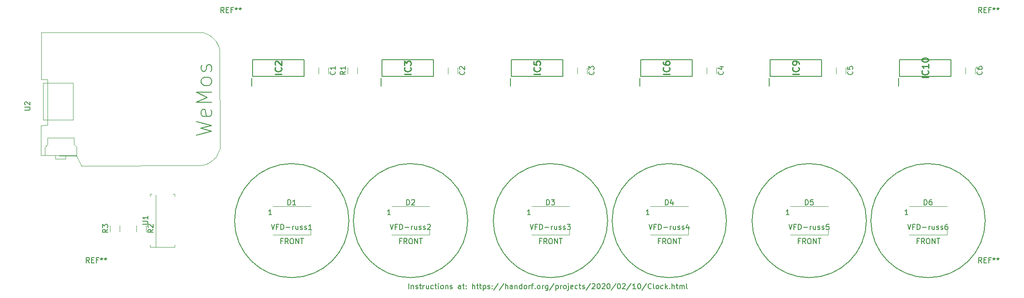
<source format=gbr>
G04 #@! TF.GenerationSoftware,KiCad,Pcbnew,(5.1.4)-1*
G04 #@! TF.CreationDate,2020-02-10T21:29:39-05:00*
G04 #@! TF.ProjectId,xmas,786d6173-2e6b-4696-9361-645f70636258,rev?*
G04 #@! TF.SameCoordinates,Original*
G04 #@! TF.FileFunction,Legend,Top*
G04 #@! TF.FilePolarity,Positive*
%FSLAX46Y46*%
G04 Gerber Fmt 4.6, Leading zero omitted, Abs format (unit mm)*
G04 Created by KiCad (PCBNEW (5.1.4)-1) date 2020-02-10 21:29:39*
%MOMM*%
%LPD*%
G04 APERTURE LIST*
%ADD10C,0.150000*%
%ADD11C,0.200000*%
%ADD12C,0.100000*%
%ADD13C,0.120000*%
%ADD14C,0.254000*%
G04 APERTURE END LIST*
D10*
X84998095Y-104592380D02*
X84998095Y-103592380D01*
X85474285Y-103925714D02*
X85474285Y-104592380D01*
X85474285Y-104020952D02*
X85521904Y-103973333D01*
X85617142Y-103925714D01*
X85760000Y-103925714D01*
X85855238Y-103973333D01*
X85902857Y-104068571D01*
X85902857Y-104592380D01*
X86331428Y-104544761D02*
X86426666Y-104592380D01*
X86617142Y-104592380D01*
X86712380Y-104544761D01*
X86760000Y-104449523D01*
X86760000Y-104401904D01*
X86712380Y-104306666D01*
X86617142Y-104259047D01*
X86474285Y-104259047D01*
X86379047Y-104211428D01*
X86331428Y-104116190D01*
X86331428Y-104068571D01*
X86379047Y-103973333D01*
X86474285Y-103925714D01*
X86617142Y-103925714D01*
X86712380Y-103973333D01*
X87045714Y-103925714D02*
X87426666Y-103925714D01*
X87188571Y-103592380D02*
X87188571Y-104449523D01*
X87236190Y-104544761D01*
X87331428Y-104592380D01*
X87426666Y-104592380D01*
X87760000Y-104592380D02*
X87760000Y-103925714D01*
X87760000Y-104116190D02*
X87807619Y-104020952D01*
X87855238Y-103973333D01*
X87950476Y-103925714D01*
X88045714Y-103925714D01*
X88807619Y-103925714D02*
X88807619Y-104592380D01*
X88379047Y-103925714D02*
X88379047Y-104449523D01*
X88426666Y-104544761D01*
X88521904Y-104592380D01*
X88664761Y-104592380D01*
X88760000Y-104544761D01*
X88807619Y-104497142D01*
X89712380Y-104544761D02*
X89617142Y-104592380D01*
X89426666Y-104592380D01*
X89331428Y-104544761D01*
X89283809Y-104497142D01*
X89236190Y-104401904D01*
X89236190Y-104116190D01*
X89283809Y-104020952D01*
X89331428Y-103973333D01*
X89426666Y-103925714D01*
X89617142Y-103925714D01*
X89712380Y-103973333D01*
X89998095Y-103925714D02*
X90379047Y-103925714D01*
X90140952Y-103592380D02*
X90140952Y-104449523D01*
X90188571Y-104544761D01*
X90283809Y-104592380D01*
X90379047Y-104592380D01*
X90712380Y-104592380D02*
X90712380Y-103925714D01*
X90712380Y-103592380D02*
X90664761Y-103640000D01*
X90712380Y-103687619D01*
X90760000Y-103640000D01*
X90712380Y-103592380D01*
X90712380Y-103687619D01*
X91331428Y-104592380D02*
X91236190Y-104544761D01*
X91188571Y-104497142D01*
X91140952Y-104401904D01*
X91140952Y-104116190D01*
X91188571Y-104020952D01*
X91236190Y-103973333D01*
X91331428Y-103925714D01*
X91474285Y-103925714D01*
X91569523Y-103973333D01*
X91617142Y-104020952D01*
X91664761Y-104116190D01*
X91664761Y-104401904D01*
X91617142Y-104497142D01*
X91569523Y-104544761D01*
X91474285Y-104592380D01*
X91331428Y-104592380D01*
X92093333Y-103925714D02*
X92093333Y-104592380D01*
X92093333Y-104020952D02*
X92140952Y-103973333D01*
X92236190Y-103925714D01*
X92379047Y-103925714D01*
X92474285Y-103973333D01*
X92521904Y-104068571D01*
X92521904Y-104592380D01*
X92950476Y-104544761D02*
X93045714Y-104592380D01*
X93236190Y-104592380D01*
X93331428Y-104544761D01*
X93379047Y-104449523D01*
X93379047Y-104401904D01*
X93331428Y-104306666D01*
X93236190Y-104259047D01*
X93093333Y-104259047D01*
X92998095Y-104211428D01*
X92950476Y-104116190D01*
X92950476Y-104068571D01*
X92998095Y-103973333D01*
X93093333Y-103925714D01*
X93236190Y-103925714D01*
X93331428Y-103973333D01*
X94998095Y-104592380D02*
X94998095Y-104068571D01*
X94950476Y-103973333D01*
X94855238Y-103925714D01*
X94664761Y-103925714D01*
X94569523Y-103973333D01*
X94998095Y-104544761D02*
X94902857Y-104592380D01*
X94664761Y-104592380D01*
X94569523Y-104544761D01*
X94521904Y-104449523D01*
X94521904Y-104354285D01*
X94569523Y-104259047D01*
X94664761Y-104211428D01*
X94902857Y-104211428D01*
X94998095Y-104163809D01*
X95331428Y-103925714D02*
X95712380Y-103925714D01*
X95474285Y-103592380D02*
X95474285Y-104449523D01*
X95521904Y-104544761D01*
X95617142Y-104592380D01*
X95712380Y-104592380D01*
X96045714Y-104497142D02*
X96093333Y-104544761D01*
X96045714Y-104592380D01*
X95998095Y-104544761D01*
X96045714Y-104497142D01*
X96045714Y-104592380D01*
X96045714Y-103973333D02*
X96093333Y-104020952D01*
X96045714Y-104068571D01*
X95998095Y-104020952D01*
X96045714Y-103973333D01*
X96045714Y-104068571D01*
X97283809Y-104592380D02*
X97283809Y-103592380D01*
X97712380Y-104592380D02*
X97712380Y-104068571D01*
X97664761Y-103973333D01*
X97569523Y-103925714D01*
X97426666Y-103925714D01*
X97331428Y-103973333D01*
X97283809Y-104020952D01*
X98045714Y-103925714D02*
X98426666Y-103925714D01*
X98188571Y-103592380D02*
X98188571Y-104449523D01*
X98236190Y-104544761D01*
X98331428Y-104592380D01*
X98426666Y-104592380D01*
X98617142Y-103925714D02*
X98998095Y-103925714D01*
X98760000Y-103592380D02*
X98760000Y-104449523D01*
X98807619Y-104544761D01*
X98902857Y-104592380D01*
X98998095Y-104592380D01*
X99331428Y-103925714D02*
X99331428Y-104925714D01*
X99331428Y-103973333D02*
X99426666Y-103925714D01*
X99617142Y-103925714D01*
X99712380Y-103973333D01*
X99760000Y-104020952D01*
X99807619Y-104116190D01*
X99807619Y-104401904D01*
X99760000Y-104497142D01*
X99712380Y-104544761D01*
X99617142Y-104592380D01*
X99426666Y-104592380D01*
X99331428Y-104544761D01*
X100188571Y-104544761D02*
X100283809Y-104592380D01*
X100474285Y-104592380D01*
X100569523Y-104544761D01*
X100617142Y-104449523D01*
X100617142Y-104401904D01*
X100569523Y-104306666D01*
X100474285Y-104259047D01*
X100331428Y-104259047D01*
X100236190Y-104211428D01*
X100188571Y-104116190D01*
X100188571Y-104068571D01*
X100236190Y-103973333D01*
X100331428Y-103925714D01*
X100474285Y-103925714D01*
X100569523Y-103973333D01*
X101045714Y-104497142D02*
X101093333Y-104544761D01*
X101045714Y-104592380D01*
X100998095Y-104544761D01*
X101045714Y-104497142D01*
X101045714Y-104592380D01*
X101045714Y-103973333D02*
X101093333Y-104020952D01*
X101045714Y-104068571D01*
X100998095Y-104020952D01*
X101045714Y-103973333D01*
X101045714Y-104068571D01*
X102236190Y-103544761D02*
X101379047Y-104830476D01*
X103283809Y-103544761D02*
X102426666Y-104830476D01*
X103617142Y-104592380D02*
X103617142Y-103592380D01*
X104045714Y-104592380D02*
X104045714Y-104068571D01*
X103998095Y-103973333D01*
X103902857Y-103925714D01*
X103760000Y-103925714D01*
X103664761Y-103973333D01*
X103617142Y-104020952D01*
X104950476Y-104592380D02*
X104950476Y-104068571D01*
X104902857Y-103973333D01*
X104807619Y-103925714D01*
X104617142Y-103925714D01*
X104521904Y-103973333D01*
X104950476Y-104544761D02*
X104855238Y-104592380D01*
X104617142Y-104592380D01*
X104521904Y-104544761D01*
X104474285Y-104449523D01*
X104474285Y-104354285D01*
X104521904Y-104259047D01*
X104617142Y-104211428D01*
X104855238Y-104211428D01*
X104950476Y-104163809D01*
X105426666Y-103925714D02*
X105426666Y-104592380D01*
X105426666Y-104020952D02*
X105474285Y-103973333D01*
X105569523Y-103925714D01*
X105712380Y-103925714D01*
X105807619Y-103973333D01*
X105855238Y-104068571D01*
X105855238Y-104592380D01*
X106760000Y-104592380D02*
X106760000Y-103592380D01*
X106760000Y-104544761D02*
X106664761Y-104592380D01*
X106474285Y-104592380D01*
X106379047Y-104544761D01*
X106331428Y-104497142D01*
X106283809Y-104401904D01*
X106283809Y-104116190D01*
X106331428Y-104020952D01*
X106379047Y-103973333D01*
X106474285Y-103925714D01*
X106664761Y-103925714D01*
X106760000Y-103973333D01*
X107379047Y-104592380D02*
X107283809Y-104544761D01*
X107236190Y-104497142D01*
X107188571Y-104401904D01*
X107188571Y-104116190D01*
X107236190Y-104020952D01*
X107283809Y-103973333D01*
X107379047Y-103925714D01*
X107521904Y-103925714D01*
X107617142Y-103973333D01*
X107664761Y-104020952D01*
X107712380Y-104116190D01*
X107712380Y-104401904D01*
X107664761Y-104497142D01*
X107617142Y-104544761D01*
X107521904Y-104592380D01*
X107379047Y-104592380D01*
X108140952Y-104592380D02*
X108140952Y-103925714D01*
X108140952Y-104116190D02*
X108188571Y-104020952D01*
X108236190Y-103973333D01*
X108331428Y-103925714D01*
X108426666Y-103925714D01*
X108617142Y-103925714D02*
X108998095Y-103925714D01*
X108760000Y-104592380D02*
X108760000Y-103735238D01*
X108807619Y-103640000D01*
X108902857Y-103592380D01*
X108998095Y-103592380D01*
X109331428Y-104497142D02*
X109379047Y-104544761D01*
X109331428Y-104592380D01*
X109283809Y-104544761D01*
X109331428Y-104497142D01*
X109331428Y-104592380D01*
X109950476Y-104592380D02*
X109855238Y-104544761D01*
X109807619Y-104497142D01*
X109760000Y-104401904D01*
X109760000Y-104116190D01*
X109807619Y-104020952D01*
X109855238Y-103973333D01*
X109950476Y-103925714D01*
X110093333Y-103925714D01*
X110188571Y-103973333D01*
X110236190Y-104020952D01*
X110283809Y-104116190D01*
X110283809Y-104401904D01*
X110236190Y-104497142D01*
X110188571Y-104544761D01*
X110093333Y-104592380D01*
X109950476Y-104592380D01*
X110712380Y-104592380D02*
X110712380Y-103925714D01*
X110712380Y-104116190D02*
X110760000Y-104020952D01*
X110807619Y-103973333D01*
X110902857Y-103925714D01*
X110998095Y-103925714D01*
X111760000Y-103925714D02*
X111760000Y-104735238D01*
X111712380Y-104830476D01*
X111664761Y-104878095D01*
X111569523Y-104925714D01*
X111426666Y-104925714D01*
X111331428Y-104878095D01*
X111760000Y-104544761D02*
X111664761Y-104592380D01*
X111474285Y-104592380D01*
X111379047Y-104544761D01*
X111331428Y-104497142D01*
X111283809Y-104401904D01*
X111283809Y-104116190D01*
X111331428Y-104020952D01*
X111379047Y-103973333D01*
X111474285Y-103925714D01*
X111664761Y-103925714D01*
X111760000Y-103973333D01*
X112950476Y-103544761D02*
X112093333Y-104830476D01*
X113283809Y-103925714D02*
X113283809Y-104925714D01*
X113283809Y-103973333D02*
X113379047Y-103925714D01*
X113569523Y-103925714D01*
X113664761Y-103973333D01*
X113712380Y-104020952D01*
X113760000Y-104116190D01*
X113760000Y-104401904D01*
X113712380Y-104497142D01*
X113664761Y-104544761D01*
X113569523Y-104592380D01*
X113379047Y-104592380D01*
X113283809Y-104544761D01*
X114188571Y-104592380D02*
X114188571Y-103925714D01*
X114188571Y-104116190D02*
X114236190Y-104020952D01*
X114283809Y-103973333D01*
X114379047Y-103925714D01*
X114474285Y-103925714D01*
X114950476Y-104592380D02*
X114855238Y-104544761D01*
X114807619Y-104497142D01*
X114760000Y-104401904D01*
X114760000Y-104116190D01*
X114807619Y-104020952D01*
X114855238Y-103973333D01*
X114950476Y-103925714D01*
X115093333Y-103925714D01*
X115188571Y-103973333D01*
X115236190Y-104020952D01*
X115283809Y-104116190D01*
X115283809Y-104401904D01*
X115236190Y-104497142D01*
X115188571Y-104544761D01*
X115093333Y-104592380D01*
X114950476Y-104592380D01*
X115712380Y-103925714D02*
X115712380Y-104782857D01*
X115664761Y-104878095D01*
X115569523Y-104925714D01*
X115521904Y-104925714D01*
X115712380Y-103592380D02*
X115664761Y-103640000D01*
X115712380Y-103687619D01*
X115760000Y-103640000D01*
X115712380Y-103592380D01*
X115712380Y-103687619D01*
X116569523Y-104544761D02*
X116474285Y-104592380D01*
X116283809Y-104592380D01*
X116188571Y-104544761D01*
X116140952Y-104449523D01*
X116140952Y-104068571D01*
X116188571Y-103973333D01*
X116283809Y-103925714D01*
X116474285Y-103925714D01*
X116569523Y-103973333D01*
X116617142Y-104068571D01*
X116617142Y-104163809D01*
X116140952Y-104259047D01*
X117474285Y-104544761D02*
X117379047Y-104592380D01*
X117188571Y-104592380D01*
X117093333Y-104544761D01*
X117045714Y-104497142D01*
X116998095Y-104401904D01*
X116998095Y-104116190D01*
X117045714Y-104020952D01*
X117093333Y-103973333D01*
X117188571Y-103925714D01*
X117379047Y-103925714D01*
X117474285Y-103973333D01*
X117760000Y-103925714D02*
X118140952Y-103925714D01*
X117902857Y-103592380D02*
X117902857Y-104449523D01*
X117950476Y-104544761D01*
X118045714Y-104592380D01*
X118140952Y-104592380D01*
X118426666Y-104544761D02*
X118521904Y-104592380D01*
X118712380Y-104592380D01*
X118807619Y-104544761D01*
X118855238Y-104449523D01*
X118855238Y-104401904D01*
X118807619Y-104306666D01*
X118712380Y-104259047D01*
X118569523Y-104259047D01*
X118474285Y-104211428D01*
X118426666Y-104116190D01*
X118426666Y-104068571D01*
X118474285Y-103973333D01*
X118569523Y-103925714D01*
X118712380Y-103925714D01*
X118807619Y-103973333D01*
X119998095Y-103544761D02*
X119140952Y-104830476D01*
X120283809Y-103687619D02*
X120331428Y-103640000D01*
X120426666Y-103592380D01*
X120664761Y-103592380D01*
X120760000Y-103640000D01*
X120807619Y-103687619D01*
X120855238Y-103782857D01*
X120855238Y-103878095D01*
X120807619Y-104020952D01*
X120236190Y-104592380D01*
X120855238Y-104592380D01*
X121474285Y-103592380D02*
X121569523Y-103592380D01*
X121664761Y-103640000D01*
X121712380Y-103687619D01*
X121760000Y-103782857D01*
X121807619Y-103973333D01*
X121807619Y-104211428D01*
X121760000Y-104401904D01*
X121712380Y-104497142D01*
X121664761Y-104544761D01*
X121569523Y-104592380D01*
X121474285Y-104592380D01*
X121379047Y-104544761D01*
X121331428Y-104497142D01*
X121283809Y-104401904D01*
X121236190Y-104211428D01*
X121236190Y-103973333D01*
X121283809Y-103782857D01*
X121331428Y-103687619D01*
X121379047Y-103640000D01*
X121474285Y-103592380D01*
X122188571Y-103687619D02*
X122236190Y-103640000D01*
X122331428Y-103592380D01*
X122569523Y-103592380D01*
X122664761Y-103640000D01*
X122712380Y-103687619D01*
X122760000Y-103782857D01*
X122760000Y-103878095D01*
X122712380Y-104020952D01*
X122140952Y-104592380D01*
X122760000Y-104592380D01*
X123379047Y-103592380D02*
X123474285Y-103592380D01*
X123569523Y-103640000D01*
X123617142Y-103687619D01*
X123664761Y-103782857D01*
X123712380Y-103973333D01*
X123712380Y-104211428D01*
X123664761Y-104401904D01*
X123617142Y-104497142D01*
X123569523Y-104544761D01*
X123474285Y-104592380D01*
X123379047Y-104592380D01*
X123283809Y-104544761D01*
X123236190Y-104497142D01*
X123188571Y-104401904D01*
X123140952Y-104211428D01*
X123140952Y-103973333D01*
X123188571Y-103782857D01*
X123236190Y-103687619D01*
X123283809Y-103640000D01*
X123379047Y-103592380D01*
X124855238Y-103544761D02*
X123998095Y-104830476D01*
X125379047Y-103592380D02*
X125474285Y-103592380D01*
X125569523Y-103640000D01*
X125617142Y-103687619D01*
X125664761Y-103782857D01*
X125712380Y-103973333D01*
X125712380Y-104211428D01*
X125664761Y-104401904D01*
X125617142Y-104497142D01*
X125569523Y-104544761D01*
X125474285Y-104592380D01*
X125379047Y-104592380D01*
X125283809Y-104544761D01*
X125236190Y-104497142D01*
X125188571Y-104401904D01*
X125140952Y-104211428D01*
X125140952Y-103973333D01*
X125188571Y-103782857D01*
X125236190Y-103687619D01*
X125283809Y-103640000D01*
X125379047Y-103592380D01*
X126093333Y-103687619D02*
X126140952Y-103640000D01*
X126236190Y-103592380D01*
X126474285Y-103592380D01*
X126569523Y-103640000D01*
X126617142Y-103687619D01*
X126664761Y-103782857D01*
X126664761Y-103878095D01*
X126617142Y-104020952D01*
X126045714Y-104592380D01*
X126664761Y-104592380D01*
X127807619Y-103544761D02*
X126950476Y-104830476D01*
X128664761Y-104592380D02*
X128093333Y-104592380D01*
X128379047Y-104592380D02*
X128379047Y-103592380D01*
X128283809Y-103735238D01*
X128188571Y-103830476D01*
X128093333Y-103878095D01*
X129283809Y-103592380D02*
X129379047Y-103592380D01*
X129474285Y-103640000D01*
X129521904Y-103687619D01*
X129569523Y-103782857D01*
X129617142Y-103973333D01*
X129617142Y-104211428D01*
X129569523Y-104401904D01*
X129521904Y-104497142D01*
X129474285Y-104544761D01*
X129379047Y-104592380D01*
X129283809Y-104592380D01*
X129188571Y-104544761D01*
X129140952Y-104497142D01*
X129093333Y-104401904D01*
X129045714Y-104211428D01*
X129045714Y-103973333D01*
X129093333Y-103782857D01*
X129140952Y-103687619D01*
X129188571Y-103640000D01*
X129283809Y-103592380D01*
X130760000Y-103544761D02*
X129902857Y-104830476D01*
X131664761Y-104497142D02*
X131617142Y-104544761D01*
X131474285Y-104592380D01*
X131379047Y-104592380D01*
X131236190Y-104544761D01*
X131140952Y-104449523D01*
X131093333Y-104354285D01*
X131045714Y-104163809D01*
X131045714Y-104020952D01*
X131093333Y-103830476D01*
X131140952Y-103735238D01*
X131236190Y-103640000D01*
X131379047Y-103592380D01*
X131474285Y-103592380D01*
X131617142Y-103640000D01*
X131664761Y-103687619D01*
X132236190Y-104592380D02*
X132140952Y-104544761D01*
X132093333Y-104449523D01*
X132093333Y-103592380D01*
X132760000Y-104592380D02*
X132664761Y-104544761D01*
X132617142Y-104497142D01*
X132569523Y-104401904D01*
X132569523Y-104116190D01*
X132617142Y-104020952D01*
X132664761Y-103973333D01*
X132760000Y-103925714D01*
X132902857Y-103925714D01*
X132998095Y-103973333D01*
X133045714Y-104020952D01*
X133093333Y-104116190D01*
X133093333Y-104401904D01*
X133045714Y-104497142D01*
X132998095Y-104544761D01*
X132902857Y-104592380D01*
X132760000Y-104592380D01*
X133950476Y-104544761D02*
X133855238Y-104592380D01*
X133664761Y-104592380D01*
X133569523Y-104544761D01*
X133521904Y-104497142D01*
X133474285Y-104401904D01*
X133474285Y-104116190D01*
X133521904Y-104020952D01*
X133569523Y-103973333D01*
X133664761Y-103925714D01*
X133855238Y-103925714D01*
X133950476Y-103973333D01*
X134379047Y-104592380D02*
X134379047Y-103592380D01*
X134474285Y-104211428D02*
X134760000Y-104592380D01*
X134760000Y-103925714D02*
X134379047Y-104306666D01*
X135188571Y-104497142D02*
X135236190Y-104544761D01*
X135188571Y-104592380D01*
X135140952Y-104544761D01*
X135188571Y-104497142D01*
X135188571Y-104592380D01*
X135664761Y-104592380D02*
X135664761Y-103592380D01*
X136093333Y-104592380D02*
X136093333Y-104068571D01*
X136045714Y-103973333D01*
X135950476Y-103925714D01*
X135807619Y-103925714D01*
X135712380Y-103973333D01*
X135664761Y-104020952D01*
X136426666Y-103925714D02*
X136807619Y-103925714D01*
X136569523Y-103592380D02*
X136569523Y-104449523D01*
X136617142Y-104544761D01*
X136712380Y-104592380D01*
X136807619Y-104592380D01*
X137140952Y-104592380D02*
X137140952Y-103925714D01*
X137140952Y-104020952D02*
X137188571Y-103973333D01*
X137283809Y-103925714D01*
X137426666Y-103925714D01*
X137521904Y-103973333D01*
X137569523Y-104068571D01*
X137569523Y-104592380D01*
X137569523Y-104068571D02*
X137617142Y-103973333D01*
X137712380Y-103925714D01*
X137855238Y-103925714D01*
X137950476Y-103973333D01*
X137998095Y-104068571D01*
X137998095Y-104592380D01*
X138617142Y-104592380D02*
X138521904Y-104544761D01*
X138474285Y-104449523D01*
X138474285Y-103592380D01*
D11*
X79886000Y-63576000D02*
X79886000Y-60376000D01*
X79886000Y-60376000D02*
X89786000Y-60376000D01*
X89786000Y-60376000D02*
X89786000Y-63576000D01*
X89786000Y-63576000D02*
X79886000Y-63576000D01*
X79716000Y-65451000D02*
X79716000Y-63926000D01*
D10*
X146128000Y-91440000D02*
G75*
G03X146128000Y-91440000I-11000000J0D01*
G01*
X173052000Y-91440000D02*
G75*
G03X173052000Y-91440000I-11000000J0D01*
G01*
D12*
X14202772Y-78889472D02*
X14202772Y-73078180D01*
X14202772Y-73078180D02*
X15486205Y-73051849D01*
X15486205Y-73051849D02*
X15479517Y-64220627D01*
X15479517Y-64220627D02*
X14277264Y-64222603D01*
X14277264Y-64222603D02*
X14303342Y-55141807D01*
X14303342Y-55141807D02*
X45473493Y-55155805D01*
X45473493Y-55155805D02*
X46076286Y-55388616D01*
X46076286Y-55388616D02*
X46621167Y-55672099D01*
X46621167Y-55672099D02*
X47107577Y-56006747D01*
X47107577Y-56006747D02*
X47534952Y-56393047D01*
X47534952Y-56393047D02*
X47902741Y-56831488D01*
X47902741Y-56831488D02*
X48210377Y-57322560D01*
X48210377Y-57322560D02*
X48457310Y-57866750D01*
X48457310Y-57866750D02*
X48642976Y-58464547D01*
X48642976Y-58464547D02*
X48671734Y-77502460D01*
X48671734Y-77502460D02*
X48437741Y-78121824D01*
X48437741Y-78121824D02*
X48153258Y-78710018D01*
X48153258Y-78710018D02*
X47803743Y-79253445D01*
X47803743Y-79253445D02*
X47374658Y-79738503D01*
X47374658Y-79738503D02*
X46851460Y-80151595D01*
X46851460Y-80151595D02*
X46219613Y-80479122D01*
X46219613Y-80479122D02*
X45464575Y-80707482D01*
X45464575Y-80707482D02*
X44571807Y-80823078D01*
X44571807Y-80823078D02*
X22016715Y-80848026D01*
X22016715Y-80848026D02*
X21055819Y-78904480D01*
X21055819Y-78904480D02*
X14247476Y-78874686D01*
X20428549Y-64892350D02*
X20428549Y-72031931D01*
X20428549Y-72031931D02*
X14614812Y-72031931D01*
X14614812Y-72031931D02*
X14614812Y-64892350D01*
X14614812Y-64892350D02*
X20428549Y-64892350D01*
X21077651Y-78815600D02*
X21077651Y-77263378D01*
X21077651Y-77263378D02*
X20548485Y-76734211D01*
X20548485Y-76734211D02*
X20548485Y-75481850D01*
X20548485Y-75481850D02*
X15486124Y-75481850D01*
X15486124Y-75481850D02*
X15486124Y-76769489D01*
X15486124Y-76769489D02*
X14992235Y-77298656D01*
X14992235Y-77298656D02*
X14992235Y-78868517D01*
X14992235Y-78868517D02*
X21077651Y-78815600D01*
X18996262Y-78850878D02*
X18996262Y-79503517D01*
X18996262Y-79503517D02*
X17003068Y-79503517D01*
X17003068Y-79503517D02*
X17003068Y-78886156D01*
D10*
X195912000Y-91440000D02*
G75*
G03X195912000Y-91440000I-11000000J0D01*
G01*
X123268000Y-91440000D02*
G75*
G03X123268000Y-91440000I-11000000J0D01*
G01*
X96344000Y-91440000D02*
G75*
G03X96344000Y-91440000I-11000000J0D01*
G01*
X73484000Y-91440000D02*
G75*
G03X73484000Y-91440000I-11000000J0D01*
G01*
D13*
X67670000Y-61881936D02*
X67670000Y-63086064D01*
X69490000Y-61881936D02*
X69490000Y-63086064D01*
X94382000Y-61881936D02*
X94382000Y-63086064D01*
X92562000Y-61881936D02*
X92562000Y-63086064D01*
X117454000Y-61881936D02*
X117454000Y-63086064D01*
X119274000Y-61881936D02*
X119274000Y-63086064D01*
X144166000Y-61881936D02*
X144166000Y-63086064D01*
X142346000Y-61881936D02*
X142346000Y-63086064D01*
X167238000Y-61881936D02*
X167238000Y-63086064D01*
X169058000Y-61881936D02*
X169058000Y-63086064D01*
X193950000Y-61881936D02*
X193950000Y-63086064D01*
X192130000Y-61881936D02*
X192130000Y-63086064D01*
X66134000Y-94190000D02*
X66134000Y-93040000D01*
X58834000Y-94190000D02*
X66134000Y-94190000D01*
X58834000Y-88690000D02*
X66134000Y-88690000D01*
X81694000Y-88690000D02*
X88994000Y-88690000D01*
X81694000Y-94190000D02*
X88994000Y-94190000D01*
X88994000Y-94190000D02*
X88994000Y-93040000D01*
X108618000Y-88690000D02*
X115918000Y-88690000D01*
X108618000Y-94190000D02*
X115918000Y-94190000D01*
X115918000Y-94190000D02*
X115918000Y-93040000D01*
X138778000Y-94190000D02*
X138778000Y-93040000D01*
X131478000Y-94190000D02*
X138778000Y-94190000D01*
X131478000Y-88690000D02*
X138778000Y-88690000D01*
X158402000Y-88690000D02*
X165702000Y-88690000D01*
X158402000Y-94190000D02*
X165702000Y-94190000D01*
X165702000Y-94190000D02*
X165702000Y-93040000D01*
X188562000Y-94190000D02*
X188562000Y-93040000D01*
X181262000Y-94190000D02*
X188562000Y-94190000D01*
X181262000Y-88690000D02*
X188562000Y-88690000D01*
D11*
X54824000Y-65451000D02*
X54824000Y-63926000D01*
X64894000Y-63576000D02*
X54994000Y-63576000D01*
X64894000Y-60376000D02*
X64894000Y-63576000D01*
X54994000Y-60376000D02*
X64894000Y-60376000D01*
X54994000Y-63576000D02*
X54994000Y-60376000D01*
X104608000Y-65451000D02*
X104608000Y-63926000D01*
X114678000Y-63576000D02*
X104778000Y-63576000D01*
X114678000Y-60376000D02*
X114678000Y-63576000D01*
X104778000Y-60376000D02*
X114678000Y-60376000D01*
X104778000Y-63576000D02*
X104778000Y-60376000D01*
X129670000Y-63576000D02*
X129670000Y-60376000D01*
X129670000Y-60376000D02*
X139570000Y-60376000D01*
X139570000Y-60376000D02*
X139570000Y-63576000D01*
X139570000Y-63576000D02*
X129670000Y-63576000D01*
X129500000Y-65451000D02*
X129500000Y-63926000D01*
X154562000Y-63576000D02*
X154562000Y-60376000D01*
X154562000Y-60376000D02*
X164462000Y-60376000D01*
X164462000Y-60376000D02*
X164462000Y-63576000D01*
X164462000Y-63576000D02*
X154562000Y-63576000D01*
X154392000Y-65451000D02*
X154392000Y-63926000D01*
X179284000Y-65451000D02*
X179284000Y-63926000D01*
X189354000Y-63576000D02*
X179454000Y-63576000D01*
X189354000Y-60376000D02*
X189354000Y-63576000D01*
X179454000Y-60376000D02*
X189354000Y-60376000D01*
X179454000Y-63576000D02*
X179454000Y-60376000D01*
D13*
X75078000Y-63086064D02*
X75078000Y-61881936D01*
X73258000Y-63086064D02*
X73258000Y-61881936D01*
X32618000Y-92361936D02*
X32618000Y-93566064D01*
X34438000Y-92361936D02*
X34438000Y-93566064D01*
X29358000Y-93566064D02*
X29358000Y-92361936D01*
X27538000Y-93566064D02*
X27538000Y-92361936D01*
D12*
X36302000Y-96540000D02*
X36302000Y-86440000D01*
X39992000Y-86340000D02*
X39592000Y-86340000D01*
X39992000Y-86340000D02*
X39992000Y-86740000D01*
X39992000Y-96540000D02*
X35592000Y-96540000D01*
X39992000Y-96540000D02*
X39992000Y-96140000D01*
X35192000Y-96540000D02*
X35592000Y-96540000D01*
X35192000Y-96540000D02*
X35192000Y-96140000D01*
X35192000Y-86740000D02*
X35192000Y-86340000D01*
X35192000Y-86340000D02*
X35592000Y-86340000D01*
D10*
X49466666Y-51308380D02*
X49133333Y-50832190D01*
X48895238Y-51308380D02*
X48895238Y-50308380D01*
X49276190Y-50308380D01*
X49371428Y-50356000D01*
X49419047Y-50403619D01*
X49466666Y-50498857D01*
X49466666Y-50641714D01*
X49419047Y-50736952D01*
X49371428Y-50784571D01*
X49276190Y-50832190D01*
X48895238Y-50832190D01*
X49895238Y-50784571D02*
X50228571Y-50784571D01*
X50371428Y-51308380D02*
X49895238Y-51308380D01*
X49895238Y-50308380D01*
X50371428Y-50308380D01*
X51133333Y-50784571D02*
X50800000Y-50784571D01*
X50800000Y-51308380D02*
X50800000Y-50308380D01*
X51276190Y-50308380D01*
X51800000Y-50308380D02*
X51800000Y-50546476D01*
X51561904Y-50451238D02*
X51800000Y-50546476D01*
X52038095Y-50451238D01*
X51657142Y-50736952D02*
X51800000Y-50546476D01*
X51942857Y-50736952D01*
X52561904Y-50308380D02*
X52561904Y-50546476D01*
X52323809Y-50451238D02*
X52561904Y-50546476D01*
X52800000Y-50451238D01*
X52419047Y-50736952D02*
X52561904Y-50546476D01*
X52704761Y-50736952D01*
X195262666Y-51308380D02*
X194929333Y-50832190D01*
X194691238Y-51308380D02*
X194691238Y-50308380D01*
X195072190Y-50308380D01*
X195167428Y-50356000D01*
X195215047Y-50403619D01*
X195262666Y-50498857D01*
X195262666Y-50641714D01*
X195215047Y-50736952D01*
X195167428Y-50784571D01*
X195072190Y-50832190D01*
X194691238Y-50832190D01*
X195691238Y-50784571D02*
X196024571Y-50784571D01*
X196167428Y-51308380D02*
X195691238Y-51308380D01*
X195691238Y-50308380D01*
X196167428Y-50308380D01*
X196929333Y-50784571D02*
X196596000Y-50784571D01*
X196596000Y-51308380D02*
X196596000Y-50308380D01*
X197072190Y-50308380D01*
X197596000Y-50308380D02*
X197596000Y-50546476D01*
X197357904Y-50451238D02*
X197596000Y-50546476D01*
X197834095Y-50451238D01*
X197453142Y-50736952D02*
X197596000Y-50546476D01*
X197738857Y-50736952D01*
X198357904Y-50308380D02*
X198357904Y-50546476D01*
X198119809Y-50451238D02*
X198357904Y-50546476D01*
X198596000Y-50451238D01*
X198215047Y-50736952D02*
X198357904Y-50546476D01*
X198500761Y-50736952D01*
X195262666Y-99568380D02*
X194929333Y-99092190D01*
X194691238Y-99568380D02*
X194691238Y-98568380D01*
X195072190Y-98568380D01*
X195167428Y-98616000D01*
X195215047Y-98663619D01*
X195262666Y-98758857D01*
X195262666Y-98901714D01*
X195215047Y-98996952D01*
X195167428Y-99044571D01*
X195072190Y-99092190D01*
X194691238Y-99092190D01*
X195691238Y-99044571D02*
X196024571Y-99044571D01*
X196167428Y-99568380D02*
X195691238Y-99568380D01*
X195691238Y-98568380D01*
X196167428Y-98568380D01*
X196929333Y-99044571D02*
X196596000Y-99044571D01*
X196596000Y-99568380D02*
X196596000Y-98568380D01*
X197072190Y-98568380D01*
X197596000Y-98568380D02*
X197596000Y-98806476D01*
X197357904Y-98711238D02*
X197596000Y-98806476D01*
X197834095Y-98711238D01*
X197453142Y-98996952D02*
X197596000Y-98806476D01*
X197738857Y-98996952D01*
X198357904Y-98568380D02*
X198357904Y-98806476D01*
X198119809Y-98711238D02*
X198357904Y-98806476D01*
X198596000Y-98711238D01*
X198215047Y-98996952D02*
X198357904Y-98806476D01*
X198500761Y-98996952D01*
X23558666Y-99568380D02*
X23225333Y-99092190D01*
X22987238Y-99568380D02*
X22987238Y-98568380D01*
X23368190Y-98568380D01*
X23463428Y-98616000D01*
X23511047Y-98663619D01*
X23558666Y-98758857D01*
X23558666Y-98901714D01*
X23511047Y-98996952D01*
X23463428Y-99044571D01*
X23368190Y-99092190D01*
X22987238Y-99092190D01*
X23987238Y-99044571D02*
X24320571Y-99044571D01*
X24463428Y-99568380D02*
X23987238Y-99568380D01*
X23987238Y-98568380D01*
X24463428Y-98568380D01*
X25225333Y-99044571D02*
X24892000Y-99044571D01*
X24892000Y-99568380D02*
X24892000Y-98568380D01*
X25368190Y-98568380D01*
X25892000Y-98568380D02*
X25892000Y-98806476D01*
X25653904Y-98711238D02*
X25892000Y-98806476D01*
X26130095Y-98711238D01*
X25749142Y-98996952D02*
X25892000Y-98806476D01*
X26034857Y-98996952D01*
X26653904Y-98568380D02*
X26653904Y-98806476D01*
X26415809Y-98711238D02*
X26653904Y-98806476D01*
X26892000Y-98711238D01*
X26511047Y-98996952D02*
X26653904Y-98806476D01*
X26796761Y-98996952D01*
D14*
X85410523Y-63215761D02*
X84140523Y-63215761D01*
X85289571Y-61885285D02*
X85350047Y-61945761D01*
X85410523Y-62127190D01*
X85410523Y-62248142D01*
X85350047Y-62429571D01*
X85229095Y-62550523D01*
X85108142Y-62611000D01*
X84866238Y-62671476D01*
X84684809Y-62671476D01*
X84442904Y-62611000D01*
X84321952Y-62550523D01*
X84201000Y-62429571D01*
X84140523Y-62248142D01*
X84140523Y-62127190D01*
X84201000Y-61945761D01*
X84261476Y-61885285D01*
X84140523Y-61461952D02*
X84140523Y-60675761D01*
X84624333Y-61099095D01*
X84624333Y-60917666D01*
X84684809Y-60796714D01*
X84745285Y-60736238D01*
X84866238Y-60675761D01*
X85168619Y-60675761D01*
X85289571Y-60736238D01*
X85350047Y-60796714D01*
X85410523Y-60917666D01*
X85410523Y-61280523D01*
X85350047Y-61401476D01*
X85289571Y-61461952D01*
D10*
X131199428Y-92162380D02*
X131532761Y-93162380D01*
X131866095Y-92162380D01*
X132532761Y-92638571D02*
X132199428Y-92638571D01*
X132199428Y-93162380D02*
X132199428Y-92162380D01*
X132675619Y-92162380D01*
X133056571Y-93162380D02*
X133056571Y-92162380D01*
X133294666Y-92162380D01*
X133437523Y-92210000D01*
X133532761Y-92305238D01*
X133580380Y-92400476D01*
X133628000Y-92590952D01*
X133628000Y-92733809D01*
X133580380Y-92924285D01*
X133532761Y-93019523D01*
X133437523Y-93114761D01*
X133294666Y-93162380D01*
X133056571Y-93162380D01*
X134056571Y-92781428D02*
X134818476Y-92781428D01*
X135294666Y-93162380D02*
X135294666Y-92495714D01*
X135294666Y-92686190D02*
X135342285Y-92590952D01*
X135389904Y-92543333D01*
X135485142Y-92495714D01*
X135580380Y-92495714D01*
X136342285Y-92495714D02*
X136342285Y-93162380D01*
X135913714Y-92495714D02*
X135913714Y-93019523D01*
X135961333Y-93114761D01*
X136056571Y-93162380D01*
X136199428Y-93162380D01*
X136294666Y-93114761D01*
X136342285Y-93067142D01*
X136770857Y-93114761D02*
X136866095Y-93162380D01*
X137056571Y-93162380D01*
X137151809Y-93114761D01*
X137199428Y-93019523D01*
X137199428Y-92971904D01*
X137151809Y-92876666D01*
X137056571Y-92829047D01*
X136913714Y-92829047D01*
X136818476Y-92781428D01*
X136770857Y-92686190D01*
X136770857Y-92638571D01*
X136818476Y-92543333D01*
X136913714Y-92495714D01*
X137056571Y-92495714D01*
X137151809Y-92543333D01*
X137580380Y-93114761D02*
X137675619Y-93162380D01*
X137866095Y-93162380D01*
X137961333Y-93114761D01*
X138008952Y-93019523D01*
X138008952Y-92971904D01*
X137961333Y-92876666D01*
X137866095Y-92829047D01*
X137723238Y-92829047D01*
X137628000Y-92781428D01*
X137580380Y-92686190D01*
X137580380Y-92638571D01*
X137628000Y-92543333D01*
X137723238Y-92495714D01*
X137866095Y-92495714D01*
X137961333Y-92543333D01*
X138866095Y-92495714D02*
X138866095Y-93162380D01*
X138628000Y-92114761D02*
X138389904Y-92829047D01*
X139008952Y-92829047D01*
X133342285Y-95368571D02*
X133008952Y-95368571D01*
X133008952Y-95892380D02*
X133008952Y-94892380D01*
X133485142Y-94892380D01*
X134437523Y-95892380D02*
X134104190Y-95416190D01*
X133866095Y-95892380D02*
X133866095Y-94892380D01*
X134247047Y-94892380D01*
X134342285Y-94940000D01*
X134389904Y-94987619D01*
X134437523Y-95082857D01*
X134437523Y-95225714D01*
X134389904Y-95320952D01*
X134342285Y-95368571D01*
X134247047Y-95416190D01*
X133866095Y-95416190D01*
X135056571Y-94892380D02*
X135247047Y-94892380D01*
X135342285Y-94940000D01*
X135437523Y-95035238D01*
X135485142Y-95225714D01*
X135485142Y-95559047D01*
X135437523Y-95749523D01*
X135342285Y-95844761D01*
X135247047Y-95892380D01*
X135056571Y-95892380D01*
X134961333Y-95844761D01*
X134866095Y-95749523D01*
X134818476Y-95559047D01*
X134818476Y-95225714D01*
X134866095Y-95035238D01*
X134961333Y-94940000D01*
X135056571Y-94892380D01*
X135913714Y-95892380D02*
X135913714Y-94892380D01*
X136485142Y-95892380D01*
X136485142Y-94892380D01*
X136818476Y-94892380D02*
X137389904Y-94892380D01*
X137104190Y-95892380D02*
X137104190Y-94892380D01*
X158123428Y-92162380D02*
X158456761Y-93162380D01*
X158790095Y-92162380D01*
X159456761Y-92638571D02*
X159123428Y-92638571D01*
X159123428Y-93162380D02*
X159123428Y-92162380D01*
X159599619Y-92162380D01*
X159980571Y-93162380D02*
X159980571Y-92162380D01*
X160218666Y-92162380D01*
X160361523Y-92210000D01*
X160456761Y-92305238D01*
X160504380Y-92400476D01*
X160552000Y-92590952D01*
X160552000Y-92733809D01*
X160504380Y-92924285D01*
X160456761Y-93019523D01*
X160361523Y-93114761D01*
X160218666Y-93162380D01*
X159980571Y-93162380D01*
X160980571Y-92781428D02*
X161742476Y-92781428D01*
X162218666Y-93162380D02*
X162218666Y-92495714D01*
X162218666Y-92686190D02*
X162266285Y-92590952D01*
X162313904Y-92543333D01*
X162409142Y-92495714D01*
X162504380Y-92495714D01*
X163266285Y-92495714D02*
X163266285Y-93162380D01*
X162837714Y-92495714D02*
X162837714Y-93019523D01*
X162885333Y-93114761D01*
X162980571Y-93162380D01*
X163123428Y-93162380D01*
X163218666Y-93114761D01*
X163266285Y-93067142D01*
X163694857Y-93114761D02*
X163790095Y-93162380D01*
X163980571Y-93162380D01*
X164075809Y-93114761D01*
X164123428Y-93019523D01*
X164123428Y-92971904D01*
X164075809Y-92876666D01*
X163980571Y-92829047D01*
X163837714Y-92829047D01*
X163742476Y-92781428D01*
X163694857Y-92686190D01*
X163694857Y-92638571D01*
X163742476Y-92543333D01*
X163837714Y-92495714D01*
X163980571Y-92495714D01*
X164075809Y-92543333D01*
X164504380Y-93114761D02*
X164599619Y-93162380D01*
X164790095Y-93162380D01*
X164885333Y-93114761D01*
X164932952Y-93019523D01*
X164932952Y-92971904D01*
X164885333Y-92876666D01*
X164790095Y-92829047D01*
X164647238Y-92829047D01*
X164552000Y-92781428D01*
X164504380Y-92686190D01*
X164504380Y-92638571D01*
X164552000Y-92543333D01*
X164647238Y-92495714D01*
X164790095Y-92495714D01*
X164885333Y-92543333D01*
X165837714Y-92162380D02*
X165361523Y-92162380D01*
X165313904Y-92638571D01*
X165361523Y-92590952D01*
X165456761Y-92543333D01*
X165694857Y-92543333D01*
X165790095Y-92590952D01*
X165837714Y-92638571D01*
X165885333Y-92733809D01*
X165885333Y-92971904D01*
X165837714Y-93067142D01*
X165790095Y-93114761D01*
X165694857Y-93162380D01*
X165456761Y-93162380D01*
X165361523Y-93114761D01*
X165313904Y-93067142D01*
X160266285Y-95368571D02*
X159932952Y-95368571D01*
X159932952Y-95892380D02*
X159932952Y-94892380D01*
X160409142Y-94892380D01*
X161361523Y-95892380D02*
X161028190Y-95416190D01*
X160790095Y-95892380D02*
X160790095Y-94892380D01*
X161171047Y-94892380D01*
X161266285Y-94940000D01*
X161313904Y-94987619D01*
X161361523Y-95082857D01*
X161361523Y-95225714D01*
X161313904Y-95320952D01*
X161266285Y-95368571D01*
X161171047Y-95416190D01*
X160790095Y-95416190D01*
X161980571Y-94892380D02*
X162171047Y-94892380D01*
X162266285Y-94940000D01*
X162361523Y-95035238D01*
X162409142Y-95225714D01*
X162409142Y-95559047D01*
X162361523Y-95749523D01*
X162266285Y-95844761D01*
X162171047Y-95892380D01*
X161980571Y-95892380D01*
X161885333Y-95844761D01*
X161790095Y-95749523D01*
X161742476Y-95559047D01*
X161742476Y-95225714D01*
X161790095Y-95035238D01*
X161885333Y-94940000D01*
X161980571Y-94892380D01*
X162837714Y-95892380D02*
X162837714Y-94892380D01*
X163409142Y-95892380D01*
X163409142Y-94892380D01*
X163742476Y-94892380D02*
X164313904Y-94892380D01*
X164028190Y-95892380D02*
X164028190Y-94892380D01*
X11122380Y-70103904D02*
X11931904Y-70103904D01*
X12027142Y-70056285D01*
X12074761Y-70008666D01*
X12122380Y-69913428D01*
X12122380Y-69722952D01*
X12074761Y-69627714D01*
X12027142Y-69580095D01*
X11931904Y-69532476D01*
X11122380Y-69532476D01*
X11217619Y-69103904D02*
X11170000Y-69056285D01*
X11122380Y-68961047D01*
X11122380Y-68722952D01*
X11170000Y-68627714D01*
X11217619Y-68580095D01*
X11312857Y-68532476D01*
X11408095Y-68532476D01*
X11550952Y-68580095D01*
X12122380Y-69151523D01*
X12122380Y-68532476D01*
X44077142Y-74929142D02*
X47077142Y-74214857D01*
X44934285Y-73643428D01*
X47077142Y-73072000D01*
X44077142Y-72357714D01*
X46934285Y-70072000D02*
X47077142Y-70357714D01*
X47077142Y-70929142D01*
X46934285Y-71214857D01*
X46648571Y-71357714D01*
X45505714Y-71357714D01*
X45220000Y-71214857D01*
X45077142Y-70929142D01*
X45077142Y-70357714D01*
X45220000Y-70072000D01*
X45505714Y-69929142D01*
X45791428Y-69929142D01*
X46077142Y-71357714D01*
X47077142Y-68643428D02*
X44077142Y-68643428D01*
X46220000Y-67643428D01*
X44077142Y-66643428D01*
X47077142Y-66643428D01*
X47077142Y-64786285D02*
X46934285Y-65072000D01*
X46791428Y-65214857D01*
X46505714Y-65357714D01*
X45648571Y-65357714D01*
X45362857Y-65214857D01*
X45220000Y-65072000D01*
X45077142Y-64786285D01*
X45077142Y-64357714D01*
X45220000Y-64072000D01*
X45362857Y-63929142D01*
X45648571Y-63786285D01*
X46505714Y-63786285D01*
X46791428Y-63929142D01*
X46934285Y-64072000D01*
X47077142Y-64357714D01*
X47077142Y-64786285D01*
X46934285Y-62643428D02*
X47077142Y-62357714D01*
X47077142Y-61786285D01*
X46934285Y-61500571D01*
X46648571Y-61357714D01*
X46505714Y-61357714D01*
X46220000Y-61500571D01*
X46077142Y-61786285D01*
X46077142Y-62214857D01*
X45934285Y-62500571D01*
X45648571Y-62643428D01*
X45505714Y-62643428D01*
X45220000Y-62500571D01*
X45077142Y-62214857D01*
X45077142Y-61786285D01*
X45220000Y-61500571D01*
X180983428Y-92162380D02*
X181316761Y-93162380D01*
X181650095Y-92162380D01*
X182316761Y-92638571D02*
X181983428Y-92638571D01*
X181983428Y-93162380D02*
X181983428Y-92162380D01*
X182459619Y-92162380D01*
X182840571Y-93162380D02*
X182840571Y-92162380D01*
X183078666Y-92162380D01*
X183221523Y-92210000D01*
X183316761Y-92305238D01*
X183364380Y-92400476D01*
X183412000Y-92590952D01*
X183412000Y-92733809D01*
X183364380Y-92924285D01*
X183316761Y-93019523D01*
X183221523Y-93114761D01*
X183078666Y-93162380D01*
X182840571Y-93162380D01*
X183840571Y-92781428D02*
X184602476Y-92781428D01*
X185078666Y-93162380D02*
X185078666Y-92495714D01*
X185078666Y-92686190D02*
X185126285Y-92590952D01*
X185173904Y-92543333D01*
X185269142Y-92495714D01*
X185364380Y-92495714D01*
X186126285Y-92495714D02*
X186126285Y-93162380D01*
X185697714Y-92495714D02*
X185697714Y-93019523D01*
X185745333Y-93114761D01*
X185840571Y-93162380D01*
X185983428Y-93162380D01*
X186078666Y-93114761D01*
X186126285Y-93067142D01*
X186554857Y-93114761D02*
X186650095Y-93162380D01*
X186840571Y-93162380D01*
X186935809Y-93114761D01*
X186983428Y-93019523D01*
X186983428Y-92971904D01*
X186935809Y-92876666D01*
X186840571Y-92829047D01*
X186697714Y-92829047D01*
X186602476Y-92781428D01*
X186554857Y-92686190D01*
X186554857Y-92638571D01*
X186602476Y-92543333D01*
X186697714Y-92495714D01*
X186840571Y-92495714D01*
X186935809Y-92543333D01*
X187364380Y-93114761D02*
X187459619Y-93162380D01*
X187650095Y-93162380D01*
X187745333Y-93114761D01*
X187792952Y-93019523D01*
X187792952Y-92971904D01*
X187745333Y-92876666D01*
X187650095Y-92829047D01*
X187507238Y-92829047D01*
X187412000Y-92781428D01*
X187364380Y-92686190D01*
X187364380Y-92638571D01*
X187412000Y-92543333D01*
X187507238Y-92495714D01*
X187650095Y-92495714D01*
X187745333Y-92543333D01*
X188650095Y-92162380D02*
X188459619Y-92162380D01*
X188364380Y-92210000D01*
X188316761Y-92257619D01*
X188221523Y-92400476D01*
X188173904Y-92590952D01*
X188173904Y-92971904D01*
X188221523Y-93067142D01*
X188269142Y-93114761D01*
X188364380Y-93162380D01*
X188554857Y-93162380D01*
X188650095Y-93114761D01*
X188697714Y-93067142D01*
X188745333Y-92971904D01*
X188745333Y-92733809D01*
X188697714Y-92638571D01*
X188650095Y-92590952D01*
X188554857Y-92543333D01*
X188364380Y-92543333D01*
X188269142Y-92590952D01*
X188221523Y-92638571D01*
X188173904Y-92733809D01*
X183126285Y-95368571D02*
X182792952Y-95368571D01*
X182792952Y-95892380D02*
X182792952Y-94892380D01*
X183269142Y-94892380D01*
X184221523Y-95892380D02*
X183888190Y-95416190D01*
X183650095Y-95892380D02*
X183650095Y-94892380D01*
X184031047Y-94892380D01*
X184126285Y-94940000D01*
X184173904Y-94987619D01*
X184221523Y-95082857D01*
X184221523Y-95225714D01*
X184173904Y-95320952D01*
X184126285Y-95368571D01*
X184031047Y-95416190D01*
X183650095Y-95416190D01*
X184840571Y-94892380D02*
X185031047Y-94892380D01*
X185126285Y-94940000D01*
X185221523Y-95035238D01*
X185269142Y-95225714D01*
X185269142Y-95559047D01*
X185221523Y-95749523D01*
X185126285Y-95844761D01*
X185031047Y-95892380D01*
X184840571Y-95892380D01*
X184745333Y-95844761D01*
X184650095Y-95749523D01*
X184602476Y-95559047D01*
X184602476Y-95225714D01*
X184650095Y-95035238D01*
X184745333Y-94940000D01*
X184840571Y-94892380D01*
X185697714Y-95892380D02*
X185697714Y-94892380D01*
X186269142Y-95892380D01*
X186269142Y-94892380D01*
X186602476Y-94892380D02*
X187173904Y-94892380D01*
X186888190Y-95892380D02*
X186888190Y-94892380D01*
X108339428Y-92162380D02*
X108672761Y-93162380D01*
X109006095Y-92162380D01*
X109672761Y-92638571D02*
X109339428Y-92638571D01*
X109339428Y-93162380D02*
X109339428Y-92162380D01*
X109815619Y-92162380D01*
X110196571Y-93162380D02*
X110196571Y-92162380D01*
X110434666Y-92162380D01*
X110577523Y-92210000D01*
X110672761Y-92305238D01*
X110720380Y-92400476D01*
X110768000Y-92590952D01*
X110768000Y-92733809D01*
X110720380Y-92924285D01*
X110672761Y-93019523D01*
X110577523Y-93114761D01*
X110434666Y-93162380D01*
X110196571Y-93162380D01*
X111196571Y-92781428D02*
X111958476Y-92781428D01*
X112434666Y-93162380D02*
X112434666Y-92495714D01*
X112434666Y-92686190D02*
X112482285Y-92590952D01*
X112529904Y-92543333D01*
X112625142Y-92495714D01*
X112720380Y-92495714D01*
X113482285Y-92495714D02*
X113482285Y-93162380D01*
X113053714Y-92495714D02*
X113053714Y-93019523D01*
X113101333Y-93114761D01*
X113196571Y-93162380D01*
X113339428Y-93162380D01*
X113434666Y-93114761D01*
X113482285Y-93067142D01*
X113910857Y-93114761D02*
X114006095Y-93162380D01*
X114196571Y-93162380D01*
X114291809Y-93114761D01*
X114339428Y-93019523D01*
X114339428Y-92971904D01*
X114291809Y-92876666D01*
X114196571Y-92829047D01*
X114053714Y-92829047D01*
X113958476Y-92781428D01*
X113910857Y-92686190D01*
X113910857Y-92638571D01*
X113958476Y-92543333D01*
X114053714Y-92495714D01*
X114196571Y-92495714D01*
X114291809Y-92543333D01*
X114720380Y-93114761D02*
X114815619Y-93162380D01*
X115006095Y-93162380D01*
X115101333Y-93114761D01*
X115148952Y-93019523D01*
X115148952Y-92971904D01*
X115101333Y-92876666D01*
X115006095Y-92829047D01*
X114863238Y-92829047D01*
X114768000Y-92781428D01*
X114720380Y-92686190D01*
X114720380Y-92638571D01*
X114768000Y-92543333D01*
X114863238Y-92495714D01*
X115006095Y-92495714D01*
X115101333Y-92543333D01*
X115482285Y-92162380D02*
X116101333Y-92162380D01*
X115768000Y-92543333D01*
X115910857Y-92543333D01*
X116006095Y-92590952D01*
X116053714Y-92638571D01*
X116101333Y-92733809D01*
X116101333Y-92971904D01*
X116053714Y-93067142D01*
X116006095Y-93114761D01*
X115910857Y-93162380D01*
X115625142Y-93162380D01*
X115529904Y-93114761D01*
X115482285Y-93067142D01*
X110482285Y-95368571D02*
X110148952Y-95368571D01*
X110148952Y-95892380D02*
X110148952Y-94892380D01*
X110625142Y-94892380D01*
X111577523Y-95892380D02*
X111244190Y-95416190D01*
X111006095Y-95892380D02*
X111006095Y-94892380D01*
X111387047Y-94892380D01*
X111482285Y-94940000D01*
X111529904Y-94987619D01*
X111577523Y-95082857D01*
X111577523Y-95225714D01*
X111529904Y-95320952D01*
X111482285Y-95368571D01*
X111387047Y-95416190D01*
X111006095Y-95416190D01*
X112196571Y-94892380D02*
X112387047Y-94892380D01*
X112482285Y-94940000D01*
X112577523Y-95035238D01*
X112625142Y-95225714D01*
X112625142Y-95559047D01*
X112577523Y-95749523D01*
X112482285Y-95844761D01*
X112387047Y-95892380D01*
X112196571Y-95892380D01*
X112101333Y-95844761D01*
X112006095Y-95749523D01*
X111958476Y-95559047D01*
X111958476Y-95225714D01*
X112006095Y-95035238D01*
X112101333Y-94940000D01*
X112196571Y-94892380D01*
X113053714Y-95892380D02*
X113053714Y-94892380D01*
X113625142Y-95892380D01*
X113625142Y-94892380D01*
X113958476Y-94892380D02*
X114529904Y-94892380D01*
X114244190Y-95892380D02*
X114244190Y-94892380D01*
X81415428Y-92162380D02*
X81748761Y-93162380D01*
X82082095Y-92162380D01*
X82748761Y-92638571D02*
X82415428Y-92638571D01*
X82415428Y-93162380D02*
X82415428Y-92162380D01*
X82891619Y-92162380D01*
X83272571Y-93162380D02*
X83272571Y-92162380D01*
X83510666Y-92162380D01*
X83653523Y-92210000D01*
X83748761Y-92305238D01*
X83796380Y-92400476D01*
X83844000Y-92590952D01*
X83844000Y-92733809D01*
X83796380Y-92924285D01*
X83748761Y-93019523D01*
X83653523Y-93114761D01*
X83510666Y-93162380D01*
X83272571Y-93162380D01*
X84272571Y-92781428D02*
X85034476Y-92781428D01*
X85510666Y-93162380D02*
X85510666Y-92495714D01*
X85510666Y-92686190D02*
X85558285Y-92590952D01*
X85605904Y-92543333D01*
X85701142Y-92495714D01*
X85796380Y-92495714D01*
X86558285Y-92495714D02*
X86558285Y-93162380D01*
X86129714Y-92495714D02*
X86129714Y-93019523D01*
X86177333Y-93114761D01*
X86272571Y-93162380D01*
X86415428Y-93162380D01*
X86510666Y-93114761D01*
X86558285Y-93067142D01*
X86986857Y-93114761D02*
X87082095Y-93162380D01*
X87272571Y-93162380D01*
X87367809Y-93114761D01*
X87415428Y-93019523D01*
X87415428Y-92971904D01*
X87367809Y-92876666D01*
X87272571Y-92829047D01*
X87129714Y-92829047D01*
X87034476Y-92781428D01*
X86986857Y-92686190D01*
X86986857Y-92638571D01*
X87034476Y-92543333D01*
X87129714Y-92495714D01*
X87272571Y-92495714D01*
X87367809Y-92543333D01*
X87796380Y-93114761D02*
X87891619Y-93162380D01*
X88082095Y-93162380D01*
X88177333Y-93114761D01*
X88224952Y-93019523D01*
X88224952Y-92971904D01*
X88177333Y-92876666D01*
X88082095Y-92829047D01*
X87939238Y-92829047D01*
X87844000Y-92781428D01*
X87796380Y-92686190D01*
X87796380Y-92638571D01*
X87844000Y-92543333D01*
X87939238Y-92495714D01*
X88082095Y-92495714D01*
X88177333Y-92543333D01*
X88605904Y-92257619D02*
X88653523Y-92210000D01*
X88748761Y-92162380D01*
X88986857Y-92162380D01*
X89082095Y-92210000D01*
X89129714Y-92257619D01*
X89177333Y-92352857D01*
X89177333Y-92448095D01*
X89129714Y-92590952D01*
X88558285Y-93162380D01*
X89177333Y-93162380D01*
X83558285Y-95368571D02*
X83224952Y-95368571D01*
X83224952Y-95892380D02*
X83224952Y-94892380D01*
X83701142Y-94892380D01*
X84653523Y-95892380D02*
X84320190Y-95416190D01*
X84082095Y-95892380D02*
X84082095Y-94892380D01*
X84463047Y-94892380D01*
X84558285Y-94940000D01*
X84605904Y-94987619D01*
X84653523Y-95082857D01*
X84653523Y-95225714D01*
X84605904Y-95320952D01*
X84558285Y-95368571D01*
X84463047Y-95416190D01*
X84082095Y-95416190D01*
X85272571Y-94892380D02*
X85463047Y-94892380D01*
X85558285Y-94940000D01*
X85653523Y-95035238D01*
X85701142Y-95225714D01*
X85701142Y-95559047D01*
X85653523Y-95749523D01*
X85558285Y-95844761D01*
X85463047Y-95892380D01*
X85272571Y-95892380D01*
X85177333Y-95844761D01*
X85082095Y-95749523D01*
X85034476Y-95559047D01*
X85034476Y-95225714D01*
X85082095Y-95035238D01*
X85177333Y-94940000D01*
X85272571Y-94892380D01*
X86129714Y-95892380D02*
X86129714Y-94892380D01*
X86701142Y-95892380D01*
X86701142Y-94892380D01*
X87034476Y-94892380D02*
X87605904Y-94892380D01*
X87320190Y-95892380D02*
X87320190Y-94892380D01*
X58555428Y-92162380D02*
X58888761Y-93162380D01*
X59222095Y-92162380D01*
X59888761Y-92638571D02*
X59555428Y-92638571D01*
X59555428Y-93162380D02*
X59555428Y-92162380D01*
X60031619Y-92162380D01*
X60412571Y-93162380D02*
X60412571Y-92162380D01*
X60650666Y-92162380D01*
X60793523Y-92210000D01*
X60888761Y-92305238D01*
X60936380Y-92400476D01*
X60984000Y-92590952D01*
X60984000Y-92733809D01*
X60936380Y-92924285D01*
X60888761Y-93019523D01*
X60793523Y-93114761D01*
X60650666Y-93162380D01*
X60412571Y-93162380D01*
X61412571Y-92781428D02*
X62174476Y-92781428D01*
X62650666Y-93162380D02*
X62650666Y-92495714D01*
X62650666Y-92686190D02*
X62698285Y-92590952D01*
X62745904Y-92543333D01*
X62841142Y-92495714D01*
X62936380Y-92495714D01*
X63698285Y-92495714D02*
X63698285Y-93162380D01*
X63269714Y-92495714D02*
X63269714Y-93019523D01*
X63317333Y-93114761D01*
X63412571Y-93162380D01*
X63555428Y-93162380D01*
X63650666Y-93114761D01*
X63698285Y-93067142D01*
X64126857Y-93114761D02*
X64222095Y-93162380D01*
X64412571Y-93162380D01*
X64507809Y-93114761D01*
X64555428Y-93019523D01*
X64555428Y-92971904D01*
X64507809Y-92876666D01*
X64412571Y-92829047D01*
X64269714Y-92829047D01*
X64174476Y-92781428D01*
X64126857Y-92686190D01*
X64126857Y-92638571D01*
X64174476Y-92543333D01*
X64269714Y-92495714D01*
X64412571Y-92495714D01*
X64507809Y-92543333D01*
X64936380Y-93114761D02*
X65031619Y-93162380D01*
X65222095Y-93162380D01*
X65317333Y-93114761D01*
X65364952Y-93019523D01*
X65364952Y-92971904D01*
X65317333Y-92876666D01*
X65222095Y-92829047D01*
X65079238Y-92829047D01*
X64984000Y-92781428D01*
X64936380Y-92686190D01*
X64936380Y-92638571D01*
X64984000Y-92543333D01*
X65079238Y-92495714D01*
X65222095Y-92495714D01*
X65317333Y-92543333D01*
X66317333Y-93162380D02*
X65745904Y-93162380D01*
X66031619Y-93162380D02*
X66031619Y-92162380D01*
X65936380Y-92305238D01*
X65841142Y-92400476D01*
X65745904Y-92448095D01*
X60698285Y-95368571D02*
X60364952Y-95368571D01*
X60364952Y-95892380D02*
X60364952Y-94892380D01*
X60841142Y-94892380D01*
X61793523Y-95892380D02*
X61460190Y-95416190D01*
X61222095Y-95892380D02*
X61222095Y-94892380D01*
X61603047Y-94892380D01*
X61698285Y-94940000D01*
X61745904Y-94987619D01*
X61793523Y-95082857D01*
X61793523Y-95225714D01*
X61745904Y-95320952D01*
X61698285Y-95368571D01*
X61603047Y-95416190D01*
X61222095Y-95416190D01*
X62412571Y-94892380D02*
X62603047Y-94892380D01*
X62698285Y-94940000D01*
X62793523Y-95035238D01*
X62841142Y-95225714D01*
X62841142Y-95559047D01*
X62793523Y-95749523D01*
X62698285Y-95844761D01*
X62603047Y-95892380D01*
X62412571Y-95892380D01*
X62317333Y-95844761D01*
X62222095Y-95749523D01*
X62174476Y-95559047D01*
X62174476Y-95225714D01*
X62222095Y-95035238D01*
X62317333Y-94940000D01*
X62412571Y-94892380D01*
X63269714Y-95892380D02*
X63269714Y-94892380D01*
X63841142Y-95892380D01*
X63841142Y-94892380D01*
X64174476Y-94892380D02*
X64745904Y-94892380D01*
X64460190Y-95892380D02*
X64460190Y-94892380D01*
X70757142Y-62650666D02*
X70804761Y-62698285D01*
X70852380Y-62841142D01*
X70852380Y-62936380D01*
X70804761Y-63079238D01*
X70709523Y-63174476D01*
X70614285Y-63222095D01*
X70423809Y-63269714D01*
X70280952Y-63269714D01*
X70090476Y-63222095D01*
X69995238Y-63174476D01*
X69900000Y-63079238D01*
X69852380Y-62936380D01*
X69852380Y-62841142D01*
X69900000Y-62698285D01*
X69947619Y-62650666D01*
X70852380Y-61698285D02*
X70852380Y-62269714D01*
X70852380Y-61984000D02*
X69852380Y-61984000D01*
X69995238Y-62079238D01*
X70090476Y-62174476D01*
X70138095Y-62269714D01*
X95649142Y-62650666D02*
X95696761Y-62698285D01*
X95744380Y-62841142D01*
X95744380Y-62936380D01*
X95696761Y-63079238D01*
X95601523Y-63174476D01*
X95506285Y-63222095D01*
X95315809Y-63269714D01*
X95172952Y-63269714D01*
X94982476Y-63222095D01*
X94887238Y-63174476D01*
X94792000Y-63079238D01*
X94744380Y-62936380D01*
X94744380Y-62841142D01*
X94792000Y-62698285D01*
X94839619Y-62650666D01*
X94839619Y-62269714D02*
X94792000Y-62222095D01*
X94744380Y-62126857D01*
X94744380Y-61888761D01*
X94792000Y-61793523D01*
X94839619Y-61745904D01*
X94934857Y-61698285D01*
X95030095Y-61698285D01*
X95172952Y-61745904D01*
X95744380Y-62317333D01*
X95744380Y-61698285D01*
X120541142Y-62650666D02*
X120588761Y-62698285D01*
X120636380Y-62841142D01*
X120636380Y-62936380D01*
X120588761Y-63079238D01*
X120493523Y-63174476D01*
X120398285Y-63222095D01*
X120207809Y-63269714D01*
X120064952Y-63269714D01*
X119874476Y-63222095D01*
X119779238Y-63174476D01*
X119684000Y-63079238D01*
X119636380Y-62936380D01*
X119636380Y-62841142D01*
X119684000Y-62698285D01*
X119731619Y-62650666D01*
X119636380Y-62317333D02*
X119636380Y-61698285D01*
X120017333Y-62031619D01*
X120017333Y-61888761D01*
X120064952Y-61793523D01*
X120112571Y-61745904D01*
X120207809Y-61698285D01*
X120445904Y-61698285D01*
X120541142Y-61745904D01*
X120588761Y-61793523D01*
X120636380Y-61888761D01*
X120636380Y-62174476D01*
X120588761Y-62269714D01*
X120541142Y-62317333D01*
X145433142Y-62650666D02*
X145480761Y-62698285D01*
X145528380Y-62841142D01*
X145528380Y-62936380D01*
X145480761Y-63079238D01*
X145385523Y-63174476D01*
X145290285Y-63222095D01*
X145099809Y-63269714D01*
X144956952Y-63269714D01*
X144766476Y-63222095D01*
X144671238Y-63174476D01*
X144576000Y-63079238D01*
X144528380Y-62936380D01*
X144528380Y-62841142D01*
X144576000Y-62698285D01*
X144623619Y-62650666D01*
X144861714Y-61793523D02*
X145528380Y-61793523D01*
X144480761Y-62031619D02*
X145195047Y-62269714D01*
X145195047Y-61650666D01*
X170325142Y-62650666D02*
X170372761Y-62698285D01*
X170420380Y-62841142D01*
X170420380Y-62936380D01*
X170372761Y-63079238D01*
X170277523Y-63174476D01*
X170182285Y-63222095D01*
X169991809Y-63269714D01*
X169848952Y-63269714D01*
X169658476Y-63222095D01*
X169563238Y-63174476D01*
X169468000Y-63079238D01*
X169420380Y-62936380D01*
X169420380Y-62841142D01*
X169468000Y-62698285D01*
X169515619Y-62650666D01*
X169420380Y-61745904D02*
X169420380Y-62222095D01*
X169896571Y-62269714D01*
X169848952Y-62222095D01*
X169801333Y-62126857D01*
X169801333Y-61888761D01*
X169848952Y-61793523D01*
X169896571Y-61745904D01*
X169991809Y-61698285D01*
X170229904Y-61698285D01*
X170325142Y-61745904D01*
X170372761Y-61793523D01*
X170420380Y-61888761D01*
X170420380Y-62126857D01*
X170372761Y-62222095D01*
X170325142Y-62269714D01*
X195217142Y-62650666D02*
X195264761Y-62698285D01*
X195312380Y-62841142D01*
X195312380Y-62936380D01*
X195264761Y-63079238D01*
X195169523Y-63174476D01*
X195074285Y-63222095D01*
X194883809Y-63269714D01*
X194740952Y-63269714D01*
X194550476Y-63222095D01*
X194455238Y-63174476D01*
X194360000Y-63079238D01*
X194312380Y-62936380D01*
X194312380Y-62841142D01*
X194360000Y-62698285D01*
X194407619Y-62650666D01*
X194312380Y-61793523D02*
X194312380Y-61984000D01*
X194360000Y-62079238D01*
X194407619Y-62126857D01*
X194550476Y-62222095D01*
X194740952Y-62269714D01*
X195121904Y-62269714D01*
X195217142Y-62222095D01*
X195264761Y-62174476D01*
X195312380Y-62079238D01*
X195312380Y-61888761D01*
X195264761Y-61793523D01*
X195217142Y-61745904D01*
X195121904Y-61698285D01*
X194883809Y-61698285D01*
X194788571Y-61745904D01*
X194740952Y-61793523D01*
X194693333Y-61888761D01*
X194693333Y-62079238D01*
X194740952Y-62174476D01*
X194788571Y-62222095D01*
X194883809Y-62269714D01*
X61745904Y-88392380D02*
X61745904Y-87392380D01*
X61984000Y-87392380D01*
X62126857Y-87440000D01*
X62222095Y-87535238D01*
X62269714Y-87630476D01*
X62317333Y-87820952D01*
X62317333Y-87963809D01*
X62269714Y-88154285D01*
X62222095Y-88249523D01*
X62126857Y-88344761D01*
X61984000Y-88392380D01*
X61745904Y-88392380D01*
X63269714Y-88392380D02*
X62698285Y-88392380D01*
X62984000Y-88392380D02*
X62984000Y-87392380D01*
X62888761Y-87535238D01*
X62793523Y-87630476D01*
X62698285Y-87678095D01*
X58619714Y-90292380D02*
X58048285Y-90292380D01*
X58334000Y-90292380D02*
X58334000Y-89292380D01*
X58238761Y-89435238D01*
X58143523Y-89530476D01*
X58048285Y-89578095D01*
X84605904Y-88392380D02*
X84605904Y-87392380D01*
X84844000Y-87392380D01*
X84986857Y-87440000D01*
X85082095Y-87535238D01*
X85129714Y-87630476D01*
X85177333Y-87820952D01*
X85177333Y-87963809D01*
X85129714Y-88154285D01*
X85082095Y-88249523D01*
X84986857Y-88344761D01*
X84844000Y-88392380D01*
X84605904Y-88392380D01*
X85558285Y-87487619D02*
X85605904Y-87440000D01*
X85701142Y-87392380D01*
X85939238Y-87392380D01*
X86034476Y-87440000D01*
X86082095Y-87487619D01*
X86129714Y-87582857D01*
X86129714Y-87678095D01*
X86082095Y-87820952D01*
X85510666Y-88392380D01*
X86129714Y-88392380D01*
X81479714Y-90292380D02*
X80908285Y-90292380D01*
X81194000Y-90292380D02*
X81194000Y-89292380D01*
X81098761Y-89435238D01*
X81003523Y-89530476D01*
X80908285Y-89578095D01*
X111529904Y-88392380D02*
X111529904Y-87392380D01*
X111768000Y-87392380D01*
X111910857Y-87440000D01*
X112006095Y-87535238D01*
X112053714Y-87630476D01*
X112101333Y-87820952D01*
X112101333Y-87963809D01*
X112053714Y-88154285D01*
X112006095Y-88249523D01*
X111910857Y-88344761D01*
X111768000Y-88392380D01*
X111529904Y-88392380D01*
X112434666Y-87392380D02*
X113053714Y-87392380D01*
X112720380Y-87773333D01*
X112863238Y-87773333D01*
X112958476Y-87820952D01*
X113006095Y-87868571D01*
X113053714Y-87963809D01*
X113053714Y-88201904D01*
X113006095Y-88297142D01*
X112958476Y-88344761D01*
X112863238Y-88392380D01*
X112577523Y-88392380D01*
X112482285Y-88344761D01*
X112434666Y-88297142D01*
X108403714Y-90292380D02*
X107832285Y-90292380D01*
X108118000Y-90292380D02*
X108118000Y-89292380D01*
X108022761Y-89435238D01*
X107927523Y-89530476D01*
X107832285Y-89578095D01*
X134389904Y-88392380D02*
X134389904Y-87392380D01*
X134628000Y-87392380D01*
X134770857Y-87440000D01*
X134866095Y-87535238D01*
X134913714Y-87630476D01*
X134961333Y-87820952D01*
X134961333Y-87963809D01*
X134913714Y-88154285D01*
X134866095Y-88249523D01*
X134770857Y-88344761D01*
X134628000Y-88392380D01*
X134389904Y-88392380D01*
X135818476Y-87725714D02*
X135818476Y-88392380D01*
X135580380Y-87344761D02*
X135342285Y-88059047D01*
X135961333Y-88059047D01*
X131263714Y-90292380D02*
X130692285Y-90292380D01*
X130978000Y-90292380D02*
X130978000Y-89292380D01*
X130882761Y-89435238D01*
X130787523Y-89530476D01*
X130692285Y-89578095D01*
X161313904Y-88392380D02*
X161313904Y-87392380D01*
X161552000Y-87392380D01*
X161694857Y-87440000D01*
X161790095Y-87535238D01*
X161837714Y-87630476D01*
X161885333Y-87820952D01*
X161885333Y-87963809D01*
X161837714Y-88154285D01*
X161790095Y-88249523D01*
X161694857Y-88344761D01*
X161552000Y-88392380D01*
X161313904Y-88392380D01*
X162790095Y-87392380D02*
X162313904Y-87392380D01*
X162266285Y-87868571D01*
X162313904Y-87820952D01*
X162409142Y-87773333D01*
X162647238Y-87773333D01*
X162742476Y-87820952D01*
X162790095Y-87868571D01*
X162837714Y-87963809D01*
X162837714Y-88201904D01*
X162790095Y-88297142D01*
X162742476Y-88344761D01*
X162647238Y-88392380D01*
X162409142Y-88392380D01*
X162313904Y-88344761D01*
X162266285Y-88297142D01*
X158187714Y-90292380D02*
X157616285Y-90292380D01*
X157902000Y-90292380D02*
X157902000Y-89292380D01*
X157806761Y-89435238D01*
X157711523Y-89530476D01*
X157616285Y-89578095D01*
X184173904Y-88392380D02*
X184173904Y-87392380D01*
X184412000Y-87392380D01*
X184554857Y-87440000D01*
X184650095Y-87535238D01*
X184697714Y-87630476D01*
X184745333Y-87820952D01*
X184745333Y-87963809D01*
X184697714Y-88154285D01*
X184650095Y-88249523D01*
X184554857Y-88344761D01*
X184412000Y-88392380D01*
X184173904Y-88392380D01*
X185602476Y-87392380D02*
X185412000Y-87392380D01*
X185316761Y-87440000D01*
X185269142Y-87487619D01*
X185173904Y-87630476D01*
X185126285Y-87820952D01*
X185126285Y-88201904D01*
X185173904Y-88297142D01*
X185221523Y-88344761D01*
X185316761Y-88392380D01*
X185507238Y-88392380D01*
X185602476Y-88344761D01*
X185650095Y-88297142D01*
X185697714Y-88201904D01*
X185697714Y-87963809D01*
X185650095Y-87868571D01*
X185602476Y-87820952D01*
X185507238Y-87773333D01*
X185316761Y-87773333D01*
X185221523Y-87820952D01*
X185173904Y-87868571D01*
X185126285Y-87963809D01*
X181047714Y-90292380D02*
X180476285Y-90292380D01*
X180762000Y-90292380D02*
X180762000Y-89292380D01*
X180666761Y-89435238D01*
X180571523Y-89530476D01*
X180476285Y-89578095D01*
D14*
X60518523Y-63215761D02*
X59248523Y-63215761D01*
X60397571Y-61885285D02*
X60458047Y-61945761D01*
X60518523Y-62127190D01*
X60518523Y-62248142D01*
X60458047Y-62429571D01*
X60337095Y-62550523D01*
X60216142Y-62611000D01*
X59974238Y-62671476D01*
X59792809Y-62671476D01*
X59550904Y-62611000D01*
X59429952Y-62550523D01*
X59309000Y-62429571D01*
X59248523Y-62248142D01*
X59248523Y-62127190D01*
X59309000Y-61945761D01*
X59369476Y-61885285D01*
X59369476Y-61401476D02*
X59309000Y-61341000D01*
X59248523Y-61220047D01*
X59248523Y-60917666D01*
X59309000Y-60796714D01*
X59369476Y-60736238D01*
X59490428Y-60675761D01*
X59611380Y-60675761D01*
X59792809Y-60736238D01*
X60518523Y-61461952D01*
X60518523Y-60675761D01*
X110302523Y-63215761D02*
X109032523Y-63215761D01*
X110181571Y-61885285D02*
X110242047Y-61945761D01*
X110302523Y-62127190D01*
X110302523Y-62248142D01*
X110242047Y-62429571D01*
X110121095Y-62550523D01*
X110000142Y-62611000D01*
X109758238Y-62671476D01*
X109576809Y-62671476D01*
X109334904Y-62611000D01*
X109213952Y-62550523D01*
X109093000Y-62429571D01*
X109032523Y-62248142D01*
X109032523Y-62127190D01*
X109093000Y-61945761D01*
X109153476Y-61885285D01*
X109032523Y-60736238D02*
X109032523Y-61341000D01*
X109637285Y-61401476D01*
X109576809Y-61341000D01*
X109516333Y-61220047D01*
X109516333Y-60917666D01*
X109576809Y-60796714D01*
X109637285Y-60736238D01*
X109758238Y-60675761D01*
X110060619Y-60675761D01*
X110181571Y-60736238D01*
X110242047Y-60796714D01*
X110302523Y-60917666D01*
X110302523Y-61220047D01*
X110242047Y-61341000D01*
X110181571Y-61401476D01*
X135194523Y-63215761D02*
X133924523Y-63215761D01*
X135073571Y-61885285D02*
X135134047Y-61945761D01*
X135194523Y-62127190D01*
X135194523Y-62248142D01*
X135134047Y-62429571D01*
X135013095Y-62550523D01*
X134892142Y-62611000D01*
X134650238Y-62671476D01*
X134468809Y-62671476D01*
X134226904Y-62611000D01*
X134105952Y-62550523D01*
X133985000Y-62429571D01*
X133924523Y-62248142D01*
X133924523Y-62127190D01*
X133985000Y-61945761D01*
X134045476Y-61885285D01*
X133924523Y-60796714D02*
X133924523Y-61038619D01*
X133985000Y-61159571D01*
X134045476Y-61220047D01*
X134226904Y-61341000D01*
X134468809Y-61401476D01*
X134952619Y-61401476D01*
X135073571Y-61341000D01*
X135134047Y-61280523D01*
X135194523Y-61159571D01*
X135194523Y-60917666D01*
X135134047Y-60796714D01*
X135073571Y-60736238D01*
X134952619Y-60675761D01*
X134650238Y-60675761D01*
X134529285Y-60736238D01*
X134468809Y-60796714D01*
X134408333Y-60917666D01*
X134408333Y-61159571D01*
X134468809Y-61280523D01*
X134529285Y-61341000D01*
X134650238Y-61401476D01*
X160086523Y-63215761D02*
X158816523Y-63215761D01*
X159965571Y-61885285D02*
X160026047Y-61945761D01*
X160086523Y-62127190D01*
X160086523Y-62248142D01*
X160026047Y-62429571D01*
X159905095Y-62550523D01*
X159784142Y-62611000D01*
X159542238Y-62671476D01*
X159360809Y-62671476D01*
X159118904Y-62611000D01*
X158997952Y-62550523D01*
X158877000Y-62429571D01*
X158816523Y-62248142D01*
X158816523Y-62127190D01*
X158877000Y-61945761D01*
X158937476Y-61885285D01*
X160086523Y-61280523D02*
X160086523Y-61038619D01*
X160026047Y-60917666D01*
X159965571Y-60857190D01*
X159784142Y-60736238D01*
X159542238Y-60675761D01*
X159058428Y-60675761D01*
X158937476Y-60736238D01*
X158877000Y-60796714D01*
X158816523Y-60917666D01*
X158816523Y-61159571D01*
X158877000Y-61280523D01*
X158937476Y-61341000D01*
X159058428Y-61401476D01*
X159360809Y-61401476D01*
X159481761Y-61341000D01*
X159542238Y-61280523D01*
X159602714Y-61159571D01*
X159602714Y-60917666D01*
X159542238Y-60796714D01*
X159481761Y-60736238D01*
X159360809Y-60675761D01*
X184978523Y-63820523D02*
X183708523Y-63820523D01*
X184857571Y-62490047D02*
X184918047Y-62550523D01*
X184978523Y-62731952D01*
X184978523Y-62852904D01*
X184918047Y-63034333D01*
X184797095Y-63155285D01*
X184676142Y-63215761D01*
X184434238Y-63276238D01*
X184252809Y-63276238D01*
X184010904Y-63215761D01*
X183889952Y-63155285D01*
X183769000Y-63034333D01*
X183708523Y-62852904D01*
X183708523Y-62731952D01*
X183769000Y-62550523D01*
X183829476Y-62490047D01*
X184978523Y-61280523D02*
X184978523Y-62006238D01*
X184978523Y-61643380D02*
X183708523Y-61643380D01*
X183889952Y-61764333D01*
X184010904Y-61885285D01*
X184071380Y-62006238D01*
X183708523Y-60494333D02*
X183708523Y-60373380D01*
X183769000Y-60252428D01*
X183829476Y-60191952D01*
X183950428Y-60131476D01*
X184192333Y-60071000D01*
X184494714Y-60071000D01*
X184736619Y-60131476D01*
X184857571Y-60191952D01*
X184918047Y-60252428D01*
X184978523Y-60373380D01*
X184978523Y-60494333D01*
X184918047Y-60615285D01*
X184857571Y-60675761D01*
X184736619Y-60736238D01*
X184494714Y-60796714D01*
X184192333Y-60796714D01*
X183950428Y-60736238D01*
X183829476Y-60675761D01*
X183769000Y-60615285D01*
X183708523Y-60494333D01*
D10*
X72800380Y-62650666D02*
X72324190Y-62984000D01*
X72800380Y-63222095D02*
X71800380Y-63222095D01*
X71800380Y-62841142D01*
X71848000Y-62745904D01*
X71895619Y-62698285D01*
X71990857Y-62650666D01*
X72133714Y-62650666D01*
X72228952Y-62698285D01*
X72276571Y-62745904D01*
X72324190Y-62841142D01*
X72324190Y-63222095D01*
X72800380Y-61698285D02*
X72800380Y-62269714D01*
X72800380Y-61984000D02*
X71800380Y-61984000D01*
X71943238Y-62079238D01*
X72038476Y-62174476D01*
X72086095Y-62269714D01*
X35800380Y-93130666D02*
X35324190Y-93464000D01*
X35800380Y-93702095D02*
X34800380Y-93702095D01*
X34800380Y-93321142D01*
X34848000Y-93225904D01*
X34895619Y-93178285D01*
X34990857Y-93130666D01*
X35133714Y-93130666D01*
X35228952Y-93178285D01*
X35276571Y-93225904D01*
X35324190Y-93321142D01*
X35324190Y-93702095D01*
X34895619Y-92749714D02*
X34848000Y-92702095D01*
X34800380Y-92606857D01*
X34800380Y-92368761D01*
X34848000Y-92273523D01*
X34895619Y-92225904D01*
X34990857Y-92178285D01*
X35086095Y-92178285D01*
X35228952Y-92225904D01*
X35800380Y-92797333D01*
X35800380Y-92178285D01*
X27080380Y-93130666D02*
X26604190Y-93464000D01*
X27080380Y-93702095D02*
X26080380Y-93702095D01*
X26080380Y-93321142D01*
X26128000Y-93225904D01*
X26175619Y-93178285D01*
X26270857Y-93130666D01*
X26413714Y-93130666D01*
X26508952Y-93178285D01*
X26556571Y-93225904D01*
X26604190Y-93321142D01*
X26604190Y-93702095D01*
X26080380Y-92797333D02*
X26080380Y-92178285D01*
X26461333Y-92511619D01*
X26461333Y-92368761D01*
X26508952Y-92273523D01*
X26556571Y-92225904D01*
X26651809Y-92178285D01*
X26889904Y-92178285D01*
X26985142Y-92225904D01*
X27032761Y-92273523D01*
X27080380Y-92368761D01*
X27080380Y-92654476D01*
X27032761Y-92749714D01*
X26985142Y-92797333D01*
X33824380Y-92121904D02*
X34633904Y-92121904D01*
X34729142Y-92074285D01*
X34776761Y-92026666D01*
X34824380Y-91931428D01*
X34824380Y-91740952D01*
X34776761Y-91645714D01*
X34729142Y-91598095D01*
X34633904Y-91550476D01*
X33824380Y-91550476D01*
X34824380Y-90550476D02*
X34824380Y-91121904D01*
X34824380Y-90836190D02*
X33824380Y-90836190D01*
X33967238Y-90931428D01*
X34062476Y-91026666D01*
X34110095Y-91121904D01*
M02*

</source>
